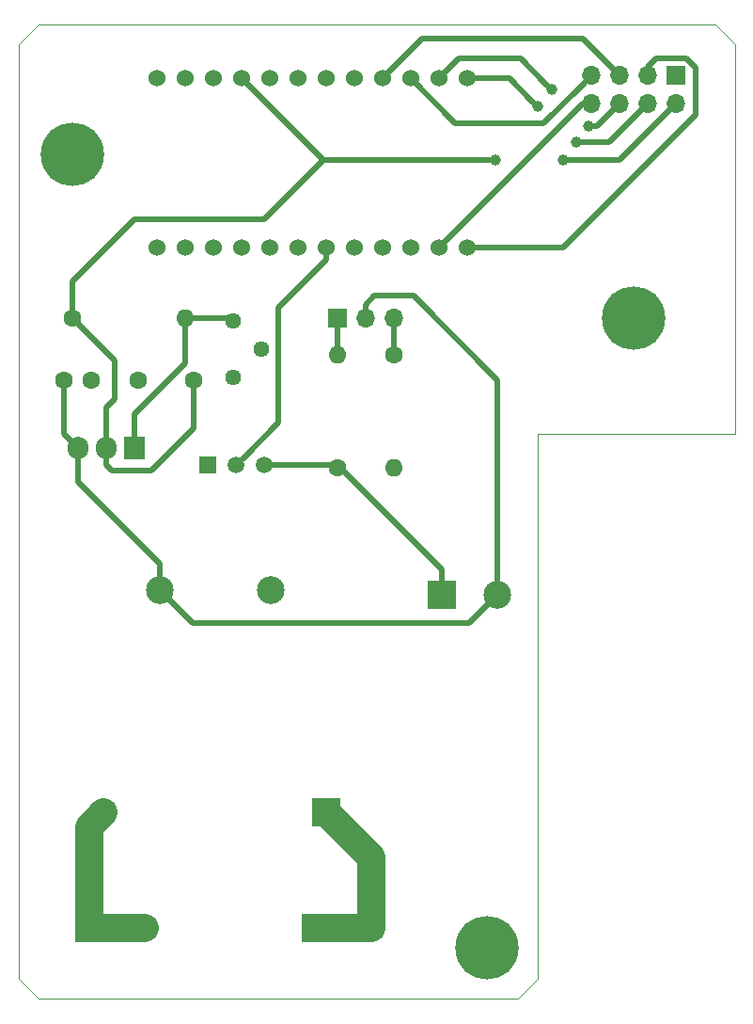
<source format=gbr>
%TF.GenerationSoftware,KiCad,Pcbnew,(5.1.2)-2*%
%TF.CreationDate,2019-06-24T14:10:12+02:00*%
%TF.ProjectId,Main_Monstrum,4d61696e-5f4d-46f6-9e73-7472756d2e6b,rev?*%
%TF.SameCoordinates,PX196f3b0PYa952310*%
%TF.FileFunction,Copper,L1,Top*%
%TF.FilePolarity,Positive*%
%FSLAX46Y46*%
G04 Gerber Fmt 4.6, Leading zero omitted, Abs format (unit mm)*
G04 Created by KiCad (PCBNEW (5.1.2)-2) date 2019-06-24 14:10:12*
%MOMM*%
%LPD*%
G04 APERTURE LIST*
%ADD10C,0.100000*%
%ADD11C,5.700000*%
%ADD12C,2.500000*%
%ADD13R,2.500000X2.500000*%
%ADD14C,1.524000*%
%ADD15R,1.700000X1.700000*%
%ADD16O,1.700000X1.700000*%
%ADD17C,1.600000*%
%ADD18R,1.905000X2.000000*%
%ADD19O,1.905000X2.000000*%
%ADD20C,1.500000*%
%ADD21R,1.500000X1.500000*%
%ADD22O,1.600000X1.600000*%
%ADD23C,1.440000*%
%ADD24C,1.000000*%
%ADD25C,0.500000*%
%ADD26C,2.500000*%
G04 APERTURE END LIST*
D10*
X64516000Y85852000D02*
X64516000Y50800000D01*
X1778000Y87630000D02*
X62738000Y87630000D01*
X0Y1778000D02*
X0Y85852000D01*
X44958000Y0D02*
X1778000Y0D01*
X46736000Y50800000D02*
X46736000Y1778000D01*
X62738000Y87630000D02*
X64516000Y85852000D01*
X0Y85852000D02*
X1778000Y87630000D01*
X1778000Y0D02*
X0Y1778000D01*
X44958000Y0D02*
X46736000Y1778000D01*
X64516000Y50800000D02*
X46736000Y50800000D01*
D11*
X55372000Y61214000D03*
X42164000Y4572000D03*
X4826000Y75946000D03*
D12*
X31750000Y6350000D03*
D13*
X26750000Y6350000D03*
D14*
X40386000Y82804000D03*
X37846000Y82804000D03*
X35306000Y82804000D03*
X32766000Y82804000D03*
X30226000Y82804000D03*
X27686000Y82804000D03*
X25146000Y82804000D03*
X22606000Y82804000D03*
X20066000Y82804000D03*
X17526000Y82804000D03*
X14986000Y82804000D03*
X12446000Y82804000D03*
X40386000Y67564000D03*
X37846000Y67564000D03*
X35306000Y67564000D03*
X32766000Y67564000D03*
X30226000Y67564000D03*
X27686000Y67564000D03*
X25146000Y67564000D03*
X22606000Y67564000D03*
X20066000Y67564000D03*
X17526000Y67564000D03*
X14986000Y67564000D03*
X12446000Y67564000D03*
D15*
X59182000Y83058000D03*
D16*
X59182000Y80518000D03*
X56642000Y83058000D03*
X56642000Y80518000D03*
X54102000Y83058000D03*
X54102000Y80518000D03*
X51562000Y83058000D03*
X51562000Y80518000D03*
D17*
X15748000Y55626000D03*
X10748000Y55626000D03*
D13*
X38100000Y36322000D03*
D12*
X43100000Y36322000D03*
D15*
X28702000Y61214000D03*
D16*
X31242000Y61214000D03*
X33782000Y61214000D03*
D12*
X11350000Y6350000D03*
D13*
X6350000Y6350000D03*
D18*
X10414000Y49530000D03*
D19*
X7874000Y49530000D03*
X5334000Y49530000D03*
D17*
X4064000Y55626000D03*
X6564000Y55626000D03*
D20*
X19558000Y48006000D03*
X22098000Y48006000D03*
D21*
X17018000Y48006000D03*
D17*
X4826000Y61214000D03*
D22*
X14986000Y61214000D03*
D17*
X28702000Y47752000D03*
D22*
X28702000Y57912000D03*
X33782000Y47752000D03*
D17*
X33782000Y57912000D03*
D12*
X7686000Y16764000D03*
D13*
X27686000Y16764000D03*
D12*
X12686000Y36764000D03*
X22686000Y36764000D03*
D23*
X19304000Y55880000D03*
X21844000Y58420000D03*
X19304000Y60960000D03*
D24*
X49022000Y75438000D03*
X42926000Y75438000D03*
X50254954Y77067817D03*
X46736000Y80263996D03*
X51308000Y78486000D03*
X48006000Y81788000D03*
D25*
X4064000Y50800000D02*
X5334000Y49530000D01*
X4064000Y55626000D02*
X4064000Y50800000D01*
X5334000Y46482000D02*
X5334000Y49530000D01*
X12686000Y36764000D02*
X12686000Y39130000D01*
X12686000Y39130000D02*
X5334000Y46482000D01*
X41850001Y35072001D02*
X43100000Y36322000D01*
X40560000Y33782000D02*
X41850001Y35072001D01*
X12686000Y36764000D02*
X15668000Y33782000D01*
X15668000Y33782000D02*
X40560000Y33782000D01*
X43100000Y38089766D02*
X43100000Y36322000D01*
X43100000Y55706000D02*
X43100000Y38089766D01*
X35560000Y63246000D02*
X43100000Y55706000D01*
X32071919Y63246000D02*
X35560000Y63246000D01*
X31242000Y61214000D02*
X31242000Y62416081D01*
X31242000Y62416081D02*
X32071919Y63246000D01*
X59182000Y80518000D02*
X54102000Y75438000D01*
X54102000Y75438000D02*
X49022000Y75438000D01*
X27432000Y75438000D02*
X20066000Y82804000D01*
X42926000Y75438000D02*
X27432000Y75438000D01*
X15748000Y54494630D02*
X15748000Y55626000D01*
X15748000Y51308000D02*
X15748000Y54494630D01*
X11938000Y47498000D02*
X15748000Y51308000D01*
X8406000Y47498000D02*
X11938000Y47498000D01*
X7874000Y49530000D02*
X7874000Y48030000D01*
X7874000Y48030000D02*
X8406000Y47498000D01*
X4826000Y64516000D02*
X4826000Y61214000D01*
X10414000Y70104000D02*
X4826000Y64516000D01*
X27432000Y75438000D02*
X22098000Y70104000D01*
X22098000Y70104000D02*
X10414000Y70104000D01*
X8636000Y57404000D02*
X4826000Y61214000D01*
X8636000Y53975000D02*
X8636000Y57404000D01*
X7874000Y49530000D02*
X7874000Y53213000D01*
X7874000Y53213000D02*
X8636000Y53975000D01*
X28448000Y48006000D02*
X28702000Y47752000D01*
X22098000Y48006000D02*
X28448000Y48006000D01*
X38100000Y38608000D02*
X38100000Y36322000D01*
X28702000Y47752000D02*
X28956000Y47752000D01*
X28956000Y47752000D02*
X38100000Y38608000D01*
X28702000Y61214000D02*
X28702000Y57912000D01*
X33782000Y61214000D02*
X33782000Y57912000D01*
X20307999Y48755999D02*
X19558000Y48006000D01*
X23368000Y51816000D02*
X20307999Y48755999D01*
X23368000Y62168370D02*
X23368000Y51816000D01*
X27686000Y67564000D02*
X27686000Y66486370D01*
X27686000Y66486370D02*
X23368000Y62168370D01*
X19050000Y61214000D02*
X19304000Y60960000D01*
X14986000Y61214000D02*
X19050000Y61214000D01*
X10414000Y51030000D02*
X10414000Y49530000D01*
X10414000Y52578000D02*
X10414000Y51030000D01*
X14986000Y61214000D02*
X14986000Y57150000D01*
X14986000Y57150000D02*
X10414000Y52578000D01*
X41463630Y67564000D02*
X40386000Y67564000D01*
X56642000Y83820000D02*
X57404000Y84582000D01*
X57404000Y84582000D02*
X60168002Y84582000D01*
X60168002Y84582000D02*
X60960000Y83790002D01*
X56642000Y83058000D02*
X56642000Y83820000D01*
X60960000Y83790002D02*
X60960000Y79502000D01*
X49022000Y67564000D02*
X41463630Y67564000D01*
X60960000Y79502000D02*
X49022000Y67564000D01*
X53191817Y77067817D02*
X50962060Y77067817D01*
X56642000Y80518000D02*
X53191817Y77067817D01*
X50962060Y77067817D02*
X50254954Y77067817D01*
X40386000Y82804000D02*
X44195996Y82804000D01*
X44195996Y82804000D02*
X46236001Y80763995D01*
X46236001Y80763995D02*
X46736000Y80263996D01*
X53252001Y83907999D02*
X54102000Y83058000D01*
X50800000Y86360000D02*
X53252001Y83907999D01*
X32766000Y82804000D02*
X36322000Y86360000D01*
X36322000Y86360000D02*
X50800000Y86360000D01*
X52015106Y78486000D02*
X51308000Y78486000D01*
X52070000Y78486000D02*
X52015106Y78486000D01*
X54102000Y80518000D02*
X52070000Y78486000D01*
X45212000Y84582000D02*
X47506001Y82287999D01*
X37846000Y82804000D02*
X39624000Y84582000D01*
X47506001Y82287999D02*
X48006000Y81788000D01*
X39624000Y84582000D02*
X45212000Y84582000D01*
X50712001Y82208001D02*
X51562000Y83058000D01*
X47309998Y78805998D02*
X50712001Y82208001D01*
X35306000Y82804000D02*
X39304002Y78805998D01*
X39304002Y78805998D02*
X47309998Y78805998D01*
X50800000Y80518000D02*
X51562000Y80518000D01*
X37846000Y67564000D02*
X50800000Y80518000D01*
D26*
X6350000Y15428000D02*
X7686000Y16764000D01*
X6350000Y6350000D02*
X6350000Y15428000D01*
X6350000Y6350000D02*
X11350000Y6350000D01*
X26750000Y6350000D02*
X31750000Y6350000D01*
X31750000Y12700000D02*
X27686000Y16764000D01*
X31750000Y6350000D02*
X31750000Y12700000D01*
M02*

</source>
